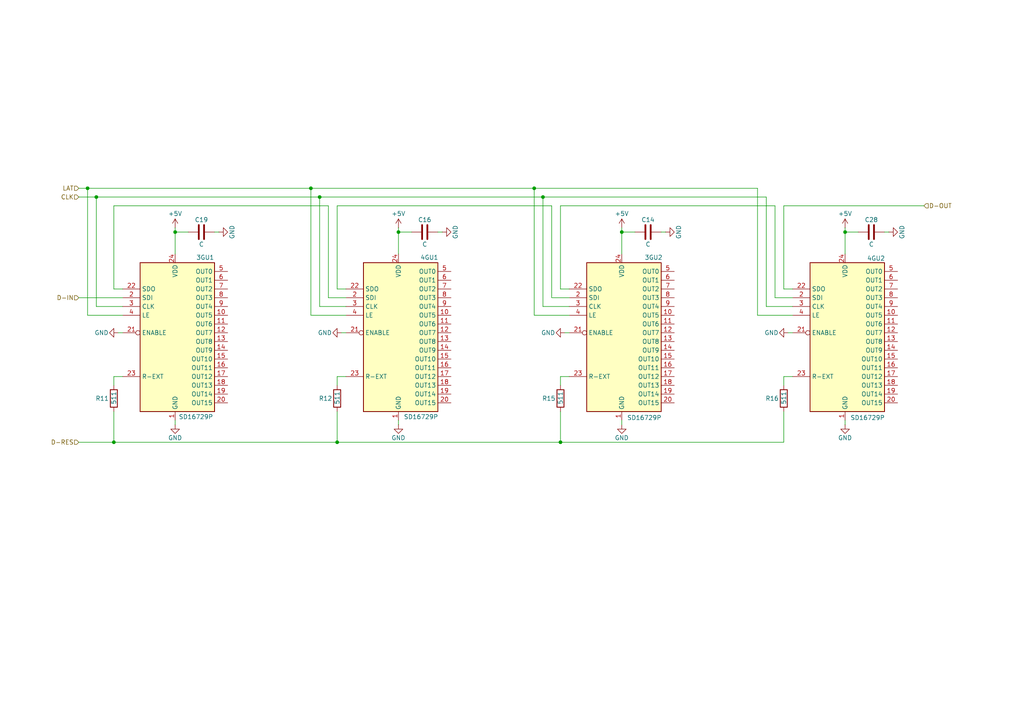
<source format=kicad_sch>
(kicad_sch
	(version 20231120)
	(generator "eeschema")
	(generator_version "8.0")
	(uuid "b27a305c-b3c3-4315-9630-4b96e20f98b6")
	(paper "A4")
	(title_block
		(title "GREEN COLUMN BUFFERS")
		(date "2025-03-18")
		(rev "2009-06-20")
		(comment 1 "SEETOP-PH12-(1/4)4N.PCB")
	)
	(lib_symbols
		(symbol "Device:C"
			(pin_numbers hide)
			(pin_names
				(offset 0.254)
			)
			(exclude_from_sim no)
			(in_bom yes)
			(on_board yes)
			(property "Reference" "C"
				(at 0.635 2.54 0)
				(effects
					(font
						(size 1.27 1.27)
					)
					(justify left)
				)
			)
			(property "Value" "C"
				(at 0.635 -2.54 0)
				(effects
					(font
						(size 1.27 1.27)
					)
					(justify left)
				)
			)
			(property "Footprint" ""
				(at 0.9652 -3.81 0)
				(effects
					(font
						(size 1.27 1.27)
					)
					(hide yes)
				)
			)
			(property "Datasheet" "~"
				(at 0 0 0)
				(effects
					(font
						(size 1.27 1.27)
					)
					(hide yes)
				)
			)
			(property "Description" "Unpolarized capacitor"
				(at 0 0 0)
				(effects
					(font
						(size 1.27 1.27)
					)
					(hide yes)
				)
			)
			(property "ki_keywords" "cap capacitor"
				(at 0 0 0)
				(effects
					(font
						(size 1.27 1.27)
					)
					(hide yes)
				)
			)
			(property "ki_fp_filters" "C_*"
				(at 0 0 0)
				(effects
					(font
						(size 1.27 1.27)
					)
					(hide yes)
				)
			)
			(symbol "C_0_1"
				(polyline
					(pts
						(xy -2.032 -0.762) (xy 2.032 -0.762)
					)
					(stroke
						(width 0.508)
						(type default)
					)
					(fill
						(type none)
					)
				)
				(polyline
					(pts
						(xy -2.032 0.762) (xy 2.032 0.762)
					)
					(stroke
						(width 0.508)
						(type default)
					)
					(fill
						(type none)
					)
				)
			)
			(symbol "C_1_1"
				(pin passive line
					(at 0 3.81 270)
					(length 2.794)
					(name "~"
						(effects
							(font
								(size 1.27 1.27)
							)
						)
					)
					(number "1"
						(effects
							(font
								(size 1.27 1.27)
							)
						)
					)
				)
				(pin passive line
					(at 0 -3.81 90)
					(length 2.794)
					(name "~"
						(effects
							(font
								(size 1.27 1.27)
							)
						)
					)
					(number "2"
						(effects
							(font
								(size 1.27 1.27)
							)
						)
					)
				)
			)
		)
		(symbol "Device:R"
			(pin_numbers hide)
			(pin_names
				(offset 0)
			)
			(exclude_from_sim no)
			(in_bom yes)
			(on_board yes)
			(property "Reference" "R"
				(at 2.032 0 90)
				(effects
					(font
						(size 1.27 1.27)
					)
				)
			)
			(property "Value" "R"
				(at 0 0 90)
				(effects
					(font
						(size 1.27 1.27)
					)
				)
			)
			(property "Footprint" ""
				(at -1.778 0 90)
				(effects
					(font
						(size 1.27 1.27)
					)
					(hide yes)
				)
			)
			(property "Datasheet" "~"
				(at 0 0 0)
				(effects
					(font
						(size 1.27 1.27)
					)
					(hide yes)
				)
			)
			(property "Description" "Resistor"
				(at 0 0 0)
				(effects
					(font
						(size 1.27 1.27)
					)
					(hide yes)
				)
			)
			(property "ki_keywords" "R res resistor"
				(at 0 0 0)
				(effects
					(font
						(size 1.27 1.27)
					)
					(hide yes)
				)
			)
			(property "ki_fp_filters" "R_*"
				(at 0 0 0)
				(effects
					(font
						(size 1.27 1.27)
					)
					(hide yes)
				)
			)
			(symbol "R_0_1"
				(rectangle
					(start -1.016 -2.54)
					(end 1.016 2.54)
					(stroke
						(width 0.254)
						(type default)
					)
					(fill
						(type none)
					)
				)
			)
			(symbol "R_1_1"
				(pin passive line
					(at 0 3.81 270)
					(length 1.27)
					(name "~"
						(effects
							(font
								(size 1.27 1.27)
							)
						)
					)
					(number "1"
						(effects
							(font
								(size 1.27 1.27)
							)
						)
					)
				)
				(pin passive line
					(at 0 -3.81 90)
					(length 1.27)
					(name "~"
						(effects
							(font
								(size 1.27 1.27)
							)
						)
					)
					(number "2"
						(effects
							(font
								(size 1.27 1.27)
							)
						)
					)
				)
			)
		)
		(symbol "power:+5V"
			(power)
			(pin_numbers hide)
			(pin_names
				(offset 0) hide)
			(exclude_from_sim no)
			(in_bom yes)
			(on_board yes)
			(property "Reference" "#PWR"
				(at 0 -3.81 0)
				(effects
					(font
						(size 1.27 1.27)
					)
					(hide yes)
				)
			)
			(property "Value" "+5V"
				(at 0 3.556 0)
				(effects
					(font
						(size 1.27 1.27)
					)
				)
			)
			(property "Footprint" ""
				(at 0 0 0)
				(effects
					(font
						(size 1.27 1.27)
					)
					(hide yes)
				)
			)
			(property "Datasheet" ""
				(at 0 0 0)
				(effects
					(font
						(size 1.27 1.27)
					)
					(hide yes)
				)
			)
			(property "Description" "Power symbol creates a global label with name \"+5V\""
				(at 0 0 0)
				(effects
					(font
						(size 1.27 1.27)
					)
					(hide yes)
				)
			)
			(property "ki_keywords" "global power"
				(at 0 0 0)
				(effects
					(font
						(size 1.27 1.27)
					)
					(hide yes)
				)
			)
			(symbol "+5V_0_1"
				(polyline
					(pts
						(xy -0.762 1.27) (xy 0 2.54)
					)
					(stroke
						(width 0)
						(type default)
					)
					(fill
						(type none)
					)
				)
				(polyline
					(pts
						(xy 0 0) (xy 0 2.54)
					)
					(stroke
						(width 0)
						(type default)
					)
					(fill
						(type none)
					)
				)
				(polyline
					(pts
						(xy 0 2.54) (xy 0.762 1.27)
					)
					(stroke
						(width 0)
						(type default)
					)
					(fill
						(type none)
					)
				)
			)
			(symbol "+5V_1_1"
				(pin power_in line
					(at 0 0 90)
					(length 0)
					(name "~"
						(effects
							(font
								(size 1.27 1.27)
							)
						)
					)
					(number "1"
						(effects
							(font
								(size 1.27 1.27)
							)
						)
					)
				)
			)
		)
		(symbol "power:GND"
			(power)
			(pin_numbers hide)
			(pin_names
				(offset 0) hide)
			(exclude_from_sim no)
			(in_bom yes)
			(on_board yes)
			(property "Reference" "#PWR"
				(at 0 -6.35 0)
				(effects
					(font
						(size 1.27 1.27)
					)
					(hide yes)
				)
			)
			(property "Value" "GND"
				(at 0 -3.81 0)
				(effects
					(font
						(size 1.27 1.27)
					)
				)
			)
			(property "Footprint" ""
				(at 0 0 0)
				(effects
					(font
						(size 1.27 1.27)
					)
					(hide yes)
				)
			)
			(property "Datasheet" ""
				(at 0 0 0)
				(effects
					(font
						(size 1.27 1.27)
					)
					(hide yes)
				)
			)
			(property "Description" "Power symbol creates a global label with name \"GND\" , ground"
				(at 0 0 0)
				(effects
					(font
						(size 1.27 1.27)
					)
					(hide yes)
				)
			)
			(property "ki_keywords" "global power"
				(at 0 0 0)
				(effects
					(font
						(size 1.27 1.27)
					)
					(hide yes)
				)
			)
			(symbol "GND_0_1"
				(polyline
					(pts
						(xy 0 0) (xy 0 -1.27) (xy 1.27 -1.27) (xy 0 -2.54) (xy -1.27 -1.27) (xy 0 -1.27)
					)
					(stroke
						(width 0)
						(type default)
					)
					(fill
						(type none)
					)
				)
			)
			(symbol "GND_1_1"
				(pin power_in line
					(at 0 0 270)
					(length 0)
					(name "~"
						(effects
							(font
								(size 1.27 1.27)
							)
						)
					)
					(number "1"
						(effects
							(font
								(size 1.27 1.27)
							)
						)
					)
				)
			)
		)
		(symbol "private:SD16729P"
			(exclude_from_sim no)
			(in_bom yes)
			(on_board yes)
			(property "Reference" "U1"
				(at 7.874 21.59 0)
				(effects
					(font
						(size 1.27 1.27)
					)
					(justify left)
				)
			)
			(property "Value" "SD16729P"
				(at 1.778 -24.384 0)
				(effects
					(font
						(size 1.27 1.27)
					)
					(justify left)
				)
			)
			(property "Footprint" "Package_SO:QSOP-24_3.9x8.7mm_P0.635mm"
				(at 0.635 -24.765 0)
				(effects
					(font
						(size 1.27 1.27)
					)
					(justify left)
					(hide yes)
				)
			)
			(property "Datasheet" ""
				(at -10.16 17.78 0)
				(effects
					(font
						(size 1.27 1.27)
					)
					(hide yes)
				)
			)
			(property "Description" "16-channel LED driver with error detection, current gain control and 12/16 bit PWM brightness control, QSOP-24"
				(at -0.254 -3.556 0)
				(effects
					(font
						(size 1.27 1.27)
					)
					(hide yes)
				)
			)
			(property "ki_keywords" "PWM LED driver error detection brightness QSOP-24"
				(at 0 0 0)
				(effects
					(font
						(size 1.27 1.27)
					)
					(hide yes)
				)
			)
			(property "ki_fp_filters" "QSOP*3.9x8.7mm*P0.635mm*"
				(at 0 0 0)
				(effects
					(font
						(size 1.27 1.27)
					)
					(hide yes)
				)
			)
			(symbol "SD16729P_0_1"
				(rectangle
					(start -10.16 20.32)
					(end 11.43 -22.86)
					(stroke
						(width 0.254)
						(type default)
					)
					(fill
						(type background)
					)
				)
			)
			(symbol "SD16729P_1_1"
				(pin power_in line
					(at 0 -25.4 90)
					(length 2.54)
					(name "GND"
						(effects
							(font
								(size 1.27 1.27)
							)
						)
					)
					(number "1"
						(effects
							(font
								(size 1.27 1.27)
							)
						)
					)
				)
				(pin output line
					(at 15.24 5.08 180)
					(length 3.81)
					(name "OUT5"
						(effects
							(font
								(size 1.27 1.27)
							)
						)
					)
					(number "10"
						(effects
							(font
								(size 1.27 1.27)
							)
						)
					)
				)
				(pin output line
					(at 15.24 2.54 180)
					(length 3.81)
					(name "OUT6"
						(effects
							(font
								(size 1.27 1.27)
							)
						)
					)
					(number "11"
						(effects
							(font
								(size 1.27 1.27)
							)
						)
					)
				)
				(pin output line
					(at 15.24 0 180)
					(length 3.81)
					(name "OUT7"
						(effects
							(font
								(size 1.27 1.27)
							)
						)
					)
					(number "12"
						(effects
							(font
								(size 1.27 1.27)
							)
						)
					)
				)
				(pin output line
					(at 15.24 -2.54 180)
					(length 3.81)
					(name "OUT8"
						(effects
							(font
								(size 1.27 1.27)
							)
						)
					)
					(number "13"
						(effects
							(font
								(size 1.27 1.27)
							)
						)
					)
				)
				(pin output line
					(at 15.24 -5.08 180)
					(length 3.81)
					(name "OUT9"
						(effects
							(font
								(size 1.27 1.27)
							)
						)
					)
					(number "14"
						(effects
							(font
								(size 1.27 1.27)
							)
						)
					)
				)
				(pin output line
					(at 15.24 -7.62 180)
					(length 3.81)
					(name "OUT10"
						(effects
							(font
								(size 1.27 1.27)
							)
						)
					)
					(number "15"
						(effects
							(font
								(size 1.27 1.27)
							)
						)
					)
				)
				(pin output line
					(at 15.24 -10.16 180)
					(length 3.81)
					(name "OUT11"
						(effects
							(font
								(size 1.27 1.27)
							)
						)
					)
					(number "16"
						(effects
							(font
								(size 1.27 1.27)
							)
						)
					)
				)
				(pin output line
					(at 15.24 -12.7 180)
					(length 3.81)
					(name "OUT12"
						(effects
							(font
								(size 1.27 1.27)
							)
						)
					)
					(number "17"
						(effects
							(font
								(size 1.27 1.27)
							)
						)
					)
				)
				(pin output line
					(at 15.24 -15.24 180)
					(length 3.81)
					(name "OUT13"
						(effects
							(font
								(size 1.27 1.27)
							)
						)
					)
					(number "18"
						(effects
							(font
								(size 1.27 1.27)
							)
						)
					)
				)
				(pin output line
					(at 15.24 -17.78 180)
					(length 3.81)
					(name "OUT14"
						(effects
							(font
								(size 1.27 1.27)
							)
						)
					)
					(number "19"
						(effects
							(font
								(size 1.27 1.27)
							)
						)
					)
				)
				(pin input line
					(at -15.24 10.16 0)
					(length 5.08)
					(name "SDI"
						(effects
							(font
								(size 1.27 1.27)
							)
						)
					)
					(number "2"
						(effects
							(font
								(size 1.27 1.27)
							)
						)
					)
				)
				(pin output line
					(at 15.24 -20.32 180)
					(length 3.81)
					(name "OUT15"
						(effects
							(font
								(size 1.27 1.27)
							)
						)
					)
					(number "20"
						(effects
							(font
								(size 1.27 1.27)
							)
						)
					)
				)
				(pin input inverted
					(at -15.24 0 0)
					(length 5.08)
					(name "ENABLE"
						(effects
							(font
								(size 1.27 1.27)
							)
						)
					)
					(number "21"
						(effects
							(font
								(size 1.27 1.27)
							)
						)
					)
				)
				(pin output line
					(at -15.24 12.7 0)
					(length 5.08)
					(name "SDO"
						(effects
							(font
								(size 1.27 1.27)
							)
						)
					)
					(number "22"
						(effects
							(font
								(size 1.27 1.27)
							)
						)
					)
				)
				(pin passive line
					(at -15.24 -12.7 0)
					(length 5.08)
					(name "R-EXT"
						(effects
							(font
								(size 1.27 1.27)
							)
						)
					)
					(number "23"
						(effects
							(font
								(size 1.27 1.27)
							)
						)
					)
				)
				(pin power_in line
					(at 0 22.86 270)
					(length 2.54)
					(name "VDD"
						(effects
							(font
								(size 1.27 1.27)
							)
						)
					)
					(number "24"
						(effects
							(font
								(size 1.27 1.27)
							)
						)
					)
				)
				(pin input line
					(at -15.24 7.62 0)
					(length 5.08)
					(name "CLK"
						(effects
							(font
								(size 1.27 1.27)
							)
						)
					)
					(number "3"
						(effects
							(font
								(size 1.27 1.27)
							)
						)
					)
				)
				(pin input line
					(at -15.24 5.08 0)
					(length 5.08)
					(name "LE"
						(effects
							(font
								(size 1.27 1.27)
							)
						)
					)
					(number "4"
						(effects
							(font
								(size 1.27 1.27)
							)
						)
					)
				)
				(pin output line
					(at 15.24 17.78 180)
					(length 3.81)
					(name "OUT0"
						(effects
							(font
								(size 1.27 1.27)
							)
						)
					)
					(number "5"
						(effects
							(font
								(size 1.27 1.27)
							)
						)
					)
				)
				(pin output line
					(at 15.24 15.24 180)
					(length 3.81)
					(name "OUT1"
						(effects
							(font
								(size 1.27 1.27)
							)
						)
					)
					(number "6"
						(effects
							(font
								(size 1.27 1.27)
							)
						)
					)
				)
				(pin output line
					(at 15.24 12.7 180)
					(length 3.81)
					(name "OUT2"
						(effects
							(font
								(size 1.27 1.27)
							)
						)
					)
					(number "7"
						(effects
							(font
								(size 1.27 1.27)
							)
						)
					)
				)
				(pin output line
					(at 15.24 10.16 180)
					(length 3.81)
					(name "OUT3"
						(effects
							(font
								(size 1.27 1.27)
							)
						)
					)
					(number "8"
						(effects
							(font
								(size 1.27 1.27)
							)
						)
					)
				)
				(pin output line
					(at 15.24 7.62 180)
					(length 3.81)
					(name "OUT4"
						(effects
							(font
								(size 1.27 1.27)
							)
						)
					)
					(number "9"
						(effects
							(font
								(size 1.27 1.27)
							)
						)
					)
				)
			)
		)
	)
	(junction
		(at 92.71 57.15)
		(diameter 0)
		(color 0 0 0 0)
		(uuid "162059c0-bdbd-4442-bee1-f03655da4ed6")
	)
	(junction
		(at 162.56 128.27)
		(diameter 0)
		(color 0 0 0 0)
		(uuid "1ec5b6df-c818-471d-8427-f62622e63dfc")
	)
	(junction
		(at 157.48 57.15)
		(diameter 0)
		(color 0 0 0 0)
		(uuid "2cb2977e-48a3-4c1e-85f2-771c98c686ab")
	)
	(junction
		(at 245.11 67.31)
		(diameter 0)
		(color 0 0 0 0)
		(uuid "3b2aea4a-a581-402d-8a97-e80aa9833bfe")
	)
	(junction
		(at 27.94 57.15)
		(diameter 0)
		(color 0 0 0 0)
		(uuid "53abd25e-0392-4122-a25c-e63587fbe026")
	)
	(junction
		(at 180.34 67.31)
		(diameter 0)
		(color 0 0 0 0)
		(uuid "5a992235-b5bb-43bd-9940-54ccffe42dd1")
	)
	(junction
		(at 25.4 54.61)
		(diameter 0)
		(color 0 0 0 0)
		(uuid "64b3df4c-0734-448c-ab49-28a6df3ba5fc")
	)
	(junction
		(at 154.94 54.61)
		(diameter 0)
		(color 0 0 0 0)
		(uuid "a4381b74-8ace-4b5f-8697-b13d1f9a59e8")
	)
	(junction
		(at 115.57 67.31)
		(diameter 0)
		(color 0 0 0 0)
		(uuid "b3cb1952-e54f-44f5-acfb-ee225b3299be")
	)
	(junction
		(at 50.8 67.31)
		(diameter 0)
		(color 0 0 0 0)
		(uuid "bbdf98e8-039f-450d-9574-ae558aa1414c")
	)
	(junction
		(at 90.17 54.61)
		(diameter 0)
		(color 0 0 0 0)
		(uuid "bd49afa5-7933-4835-b78f-4ce0c1a8be94")
	)
	(junction
		(at 33.02 128.27)
		(diameter 0)
		(color 0 0 0 0)
		(uuid "c7cc8dd4-3a7e-42a2-8de4-d6e7678ab360")
	)
	(junction
		(at 97.79 128.27)
		(diameter 0)
		(color 0 0 0 0)
		(uuid "f38a26dc-e0e7-40ba-801b-90b847f4c7eb")
	)
	(wire
		(pts
			(xy 95.25 59.69) (xy 33.02 59.69)
		)
		(stroke
			(width 0)
			(type default)
		)
		(uuid "03dcae53-d6a0-4701-832d-a73c6c816cf0")
	)
	(wire
		(pts
			(xy 115.57 66.04) (xy 115.57 67.31)
		)
		(stroke
			(width 0)
			(type default)
		)
		(uuid "0948d90f-8b90-4d04-afa0-6aac9587b031")
	)
	(wire
		(pts
			(xy 99.06 96.52) (xy 100.33 96.52)
		)
		(stroke
			(width 0)
			(type default)
		)
		(uuid "0ba89551-7d6e-4aee-bacb-dea77c230724")
	)
	(wire
		(pts
			(xy 222.25 57.15) (xy 222.25 88.9)
		)
		(stroke
			(width 0)
			(type default)
		)
		(uuid "0fd789d6-b8d8-4b80-960f-1c222f3070ac")
	)
	(wire
		(pts
			(xy 222.25 88.9) (xy 229.87 88.9)
		)
		(stroke
			(width 0)
			(type default)
		)
		(uuid "116c17c5-3f4c-4780-a8ae-fdf3dde90681")
	)
	(wire
		(pts
			(xy 180.34 121.92) (xy 180.34 123.19)
		)
		(stroke
			(width 0)
			(type default)
		)
		(uuid "17dc298f-a241-41e0-a093-6997df569219")
	)
	(wire
		(pts
			(xy 229.87 83.82) (xy 227.33 83.82)
		)
		(stroke
			(width 0)
			(type default)
		)
		(uuid "194b548f-7fa2-417f-a8e7-e29a960c4a20")
	)
	(wire
		(pts
			(xy 154.94 54.61) (xy 154.94 91.44)
		)
		(stroke
			(width 0)
			(type default)
		)
		(uuid "1c0031ca-64f6-4c1c-b6ac-7bdd93699e58")
	)
	(wire
		(pts
			(xy 97.79 59.69) (xy 97.79 83.82)
		)
		(stroke
			(width 0)
			(type default)
		)
		(uuid "1d4c0361-1a34-4096-b50a-22583f8e9b9c")
	)
	(wire
		(pts
			(xy 165.1 86.36) (xy 160.02 86.36)
		)
		(stroke
			(width 0)
			(type default)
		)
		(uuid "1ee15e7b-a776-477e-9089-ac6e91e2bb7d")
	)
	(wire
		(pts
			(xy 33.02 59.69) (xy 33.02 83.82)
		)
		(stroke
			(width 0)
			(type default)
		)
		(uuid "23c280b0-8ff9-4ba0-b732-08ab3786b102")
	)
	(wire
		(pts
			(xy 35.56 109.22) (xy 33.02 109.22)
		)
		(stroke
			(width 0)
			(type default)
		)
		(uuid "271aa96d-6b19-4a41-a295-052d1c551eaf")
	)
	(wire
		(pts
			(xy 165.1 109.22) (xy 162.56 109.22)
		)
		(stroke
			(width 0)
			(type default)
		)
		(uuid "2a547038-173f-4123-bb91-6be518a41eb9")
	)
	(wire
		(pts
			(xy 219.71 91.44) (xy 229.87 91.44)
		)
		(stroke
			(width 0)
			(type default)
		)
		(uuid "2b2a71ca-8263-4536-9c16-71d0a37f1375")
	)
	(wire
		(pts
			(xy 162.56 128.27) (xy 227.33 128.27)
		)
		(stroke
			(width 0)
			(type default)
		)
		(uuid "2c9a1eae-45f1-427e-9712-cfa297a8718a")
	)
	(wire
		(pts
			(xy 90.17 54.61) (xy 154.94 54.61)
		)
		(stroke
			(width 0)
			(type default)
		)
		(uuid "3278d53f-5e3c-4b51-afa7-2d6cab27f13b")
	)
	(wire
		(pts
			(xy 35.56 88.9) (xy 27.94 88.9)
		)
		(stroke
			(width 0)
			(type default)
		)
		(uuid "32959105-7db8-41b4-90a8-11851f66115a")
	)
	(wire
		(pts
			(xy 100.33 109.22) (xy 97.79 109.22)
		)
		(stroke
			(width 0)
			(type default)
		)
		(uuid "34a51a52-e703-4d42-8916-486a5d7b50d9")
	)
	(wire
		(pts
			(xy 160.02 86.36) (xy 160.02 59.69)
		)
		(stroke
			(width 0)
			(type default)
		)
		(uuid "37f7f4f8-f0c5-4f20-8fa0-1b8bd6c0dba1")
	)
	(wire
		(pts
			(xy 95.25 86.36) (xy 95.25 59.69)
		)
		(stroke
			(width 0)
			(type default)
		)
		(uuid "393ed5b0-58db-49d4-b1b0-04618752338a")
	)
	(wire
		(pts
			(xy 22.86 57.15) (xy 27.94 57.15)
		)
		(stroke
			(width 0)
			(type default)
		)
		(uuid "397c525a-8e0d-4011-b917-d85378aa8c43")
	)
	(wire
		(pts
			(xy 92.71 88.9) (xy 100.33 88.9)
		)
		(stroke
			(width 0)
			(type default)
		)
		(uuid "3a286e20-7c19-4649-b237-9bd0237ecf05")
	)
	(wire
		(pts
			(xy 50.8 66.04) (xy 50.8 67.31)
		)
		(stroke
			(width 0)
			(type default)
		)
		(uuid "3a9e5102-176c-4d00-b78b-e5cc1a5cdec7")
	)
	(wire
		(pts
			(xy 165.1 91.44) (xy 154.94 91.44)
		)
		(stroke
			(width 0)
			(type default)
		)
		(uuid "3ef1fa3a-a060-4d8d-b8b1-03865aa970f1")
	)
	(wire
		(pts
			(xy 245.11 121.92) (xy 245.11 123.19)
		)
		(stroke
			(width 0)
			(type default)
		)
		(uuid "44367ab5-264c-4234-badd-7c3c5c52a4b9")
	)
	(wire
		(pts
			(xy 33.02 109.22) (xy 33.02 111.76)
		)
		(stroke
			(width 0)
			(type default)
		)
		(uuid "497404f5-587a-440b-b9ee-1bfa94875518")
	)
	(wire
		(pts
			(xy 157.48 57.15) (xy 157.48 88.9)
		)
		(stroke
			(width 0)
			(type default)
		)
		(uuid "4ad5866b-e9d5-460c-b722-2e1431da44f3")
	)
	(wire
		(pts
			(xy 35.56 91.44) (xy 25.4 91.44)
		)
		(stroke
			(width 0)
			(type default)
		)
		(uuid "4b2aebea-afbf-476b-8b30-4c1c5cf6bca0")
	)
	(wire
		(pts
			(xy 228.6 96.52) (xy 229.87 96.52)
		)
		(stroke
			(width 0)
			(type default)
		)
		(uuid "50253e37-215a-42be-ba47-d872cc2916f6")
	)
	(wire
		(pts
			(xy 245.11 67.31) (xy 245.11 73.66)
		)
		(stroke
			(width 0)
			(type default)
		)
		(uuid "57d4e4bc-78e7-4f1d-b26d-2c6a811378ab")
	)
	(wire
		(pts
			(xy 229.87 109.22) (xy 227.33 109.22)
		)
		(stroke
			(width 0)
			(type default)
		)
		(uuid "59155b0f-6cc5-4547-98fa-0ae46fb62e65")
	)
	(wire
		(pts
			(xy 22.86 54.61) (xy 25.4 54.61)
		)
		(stroke
			(width 0)
			(type default)
		)
		(uuid "5e48933f-f3e1-40db-9573-a43bb8856b21")
	)
	(wire
		(pts
			(xy 50.8 67.31) (xy 50.8 73.66)
		)
		(stroke
			(width 0)
			(type default)
		)
		(uuid "5f8d5abf-80fe-48e9-84c4-ca83cb19f5e4")
	)
	(wire
		(pts
			(xy 162.56 109.22) (xy 162.56 111.76)
		)
		(stroke
			(width 0)
			(type default)
		)
		(uuid "62e231ce-f664-4db0-9d0f-deddddc0cdc4")
	)
	(wire
		(pts
			(xy 33.02 128.27) (xy 97.79 128.27)
		)
		(stroke
			(width 0)
			(type default)
		)
		(uuid "63c0c4fd-5195-4622-9a38-2cd7841010c1")
	)
	(wire
		(pts
			(xy 191.77 67.31) (xy 193.04 67.31)
		)
		(stroke
			(width 0)
			(type default)
		)
		(uuid "6429e738-898e-473c-8510-cc59c23337b1")
	)
	(wire
		(pts
			(xy 227.33 83.82) (xy 227.33 59.69)
		)
		(stroke
			(width 0)
			(type default)
		)
		(uuid "64e65795-4880-454a-895f-c27f067cbfc2")
	)
	(wire
		(pts
			(xy 245.11 66.04) (xy 245.11 67.31)
		)
		(stroke
			(width 0)
			(type default)
		)
		(uuid "6609cccb-7a82-40cb-b9a4-1bb8e7b5cc02")
	)
	(wire
		(pts
			(xy 127 67.31) (xy 128.27 67.31)
		)
		(stroke
			(width 0)
			(type default)
		)
		(uuid "6e6dd61f-0a0b-4910-b3d5-6d5d7a02716c")
	)
	(wire
		(pts
			(xy 22.86 128.27) (xy 33.02 128.27)
		)
		(stroke
			(width 0)
			(type default)
		)
		(uuid "739f17a5-e3f8-4eb2-951c-b7f307c3bc57")
	)
	(wire
		(pts
			(xy 97.79 119.38) (xy 97.79 128.27)
		)
		(stroke
			(width 0)
			(type default)
		)
		(uuid "74cda9bb-8ebe-4728-b25e-592ce589e69f")
	)
	(wire
		(pts
			(xy 180.34 67.31) (xy 184.15 67.31)
		)
		(stroke
			(width 0)
			(type default)
		)
		(uuid "74dfb695-d844-49a3-9b2d-336db29bd495")
	)
	(wire
		(pts
			(xy 92.71 57.15) (xy 157.48 57.15)
		)
		(stroke
			(width 0)
			(type default)
		)
		(uuid "79c64b8a-0fbd-44b3-8c34-ac1ea374b9fd")
	)
	(wire
		(pts
			(xy 219.71 54.61) (xy 219.71 91.44)
		)
		(stroke
			(width 0)
			(type default)
		)
		(uuid "79e9c23d-dd87-4ac6-a9e3-a2cd8500fda2")
	)
	(wire
		(pts
			(xy 229.87 86.36) (xy 224.79 86.36)
		)
		(stroke
			(width 0)
			(type default)
		)
		(uuid "7ac29c08-cd11-4cc2-af44-9ee7ef1db0e8")
	)
	(wire
		(pts
			(xy 100.33 86.36) (xy 95.25 86.36)
		)
		(stroke
			(width 0)
			(type default)
		)
		(uuid "7c1b379a-3968-40d6-95e6-ecb13ab9922f")
	)
	(wire
		(pts
			(xy 162.56 83.82) (xy 165.1 83.82)
		)
		(stroke
			(width 0)
			(type default)
		)
		(uuid "7c35b32a-0cbe-467b-9e88-d9dc41bbc04d")
	)
	(wire
		(pts
			(xy 245.11 67.31) (xy 248.92 67.31)
		)
		(stroke
			(width 0)
			(type default)
		)
		(uuid "7d9ba3eb-4001-4944-a36d-ef6af2610831")
	)
	(wire
		(pts
			(xy 25.4 54.61) (xy 90.17 54.61)
		)
		(stroke
			(width 0)
			(type default)
		)
		(uuid "7e404fbe-3fca-4d2e-b04d-cf445b05bf69")
	)
	(wire
		(pts
			(xy 224.79 86.36) (xy 224.79 59.69)
		)
		(stroke
			(width 0)
			(type default)
		)
		(uuid "811f9cab-362f-441a-ae6d-ebfb22fc1ece")
	)
	(wire
		(pts
			(xy 25.4 54.61) (xy 25.4 91.44)
		)
		(stroke
			(width 0)
			(type default)
		)
		(uuid "83b5267f-6b9b-4a28-9395-25c3fa62d30c")
	)
	(wire
		(pts
			(xy 115.57 67.31) (xy 119.38 67.31)
		)
		(stroke
			(width 0)
			(type default)
		)
		(uuid "849dba94-ca3a-47fd-89b1-3e7d99c82487")
	)
	(wire
		(pts
			(xy 33.02 83.82) (xy 35.56 83.82)
		)
		(stroke
			(width 0)
			(type default)
		)
		(uuid "8555f37d-9b69-497a-ba80-f0f9b1374e7d")
	)
	(wire
		(pts
			(xy 115.57 67.31) (xy 115.57 73.66)
		)
		(stroke
			(width 0)
			(type default)
		)
		(uuid "8dbb1b1c-f12e-4d2a-8aa9-7e4625fa3961")
	)
	(wire
		(pts
			(xy 163.83 96.52) (xy 165.1 96.52)
		)
		(stroke
			(width 0)
			(type default)
		)
		(uuid "8e3e4935-2f86-47b2-b3a9-f77bcb891788")
	)
	(wire
		(pts
			(xy 33.02 119.38) (xy 33.02 128.27)
		)
		(stroke
			(width 0)
			(type default)
		)
		(uuid "8fc14629-7a2b-40dc-881b-f5beadf6bdaf")
	)
	(wire
		(pts
			(xy 97.79 83.82) (xy 100.33 83.82)
		)
		(stroke
			(width 0)
			(type default)
		)
		(uuid "96ceef2a-c12d-4333-8a68-115e4a41e342")
	)
	(wire
		(pts
			(xy 62.23 67.31) (xy 63.5 67.31)
		)
		(stroke
			(width 0)
			(type default)
		)
		(uuid "9a67107d-8ae4-4c53-b748-b0e17421efb2")
	)
	(wire
		(pts
			(xy 97.79 128.27) (xy 162.56 128.27)
		)
		(stroke
			(width 0)
			(type default)
		)
		(uuid "a0361d87-4744-4bca-881d-50ee3b2920d4")
	)
	(wire
		(pts
			(xy 180.34 67.31) (xy 180.34 73.66)
		)
		(stroke
			(width 0)
			(type default)
		)
		(uuid "a13a46a6-0f93-4c39-9aa4-69340ca6df0f")
	)
	(wire
		(pts
			(xy 180.34 66.04) (xy 180.34 67.31)
		)
		(stroke
			(width 0)
			(type default)
		)
		(uuid "a27e6d25-1de0-48a4-8a27-9251653b2b4c")
	)
	(wire
		(pts
			(xy 157.48 88.9) (xy 165.1 88.9)
		)
		(stroke
			(width 0)
			(type default)
		)
		(uuid "a5f9454c-8435-4d79-863e-985617eb4da1")
	)
	(wire
		(pts
			(xy 224.79 59.69) (xy 162.56 59.69)
		)
		(stroke
			(width 0)
			(type default)
		)
		(uuid "a785b1bc-c080-4fb4-a8f0-8e8aca9952b1")
	)
	(wire
		(pts
			(xy 157.48 57.15) (xy 222.25 57.15)
		)
		(stroke
			(width 0)
			(type default)
		)
		(uuid "ab272e4c-0dec-4345-a8e9-f1716b26e2bb")
	)
	(wire
		(pts
			(xy 97.79 109.22) (xy 97.79 111.76)
		)
		(stroke
			(width 0)
			(type default)
		)
		(uuid "af377be1-c580-4cac-8eed-484f97288d74")
	)
	(wire
		(pts
			(xy 34.29 96.52) (xy 35.56 96.52)
		)
		(stroke
			(width 0)
			(type default)
		)
		(uuid "af41387e-b71d-4d5c-98a9-d8b64d1b2f15")
	)
	(wire
		(pts
			(xy 115.57 121.92) (xy 115.57 123.19)
		)
		(stroke
			(width 0)
			(type default)
		)
		(uuid "b2c2614a-9d12-44cd-9e27-2bc87e9af7e5")
	)
	(wire
		(pts
			(xy 227.33 109.22) (xy 227.33 111.76)
		)
		(stroke
			(width 0)
			(type default)
		)
		(uuid "c21ce495-2b8d-40bd-9ad7-d885608aefcc")
	)
	(wire
		(pts
			(xy 227.33 59.69) (xy 267.97 59.69)
		)
		(stroke
			(width 0)
			(type default)
		)
		(uuid "c434608f-722e-40d1-9168-d6b201d1c980")
	)
	(wire
		(pts
			(xy 162.56 119.38) (xy 162.56 128.27)
		)
		(stroke
			(width 0)
			(type default)
		)
		(uuid "caa4d19c-5e47-4503-8f38-722de411c0f0")
	)
	(wire
		(pts
			(xy 162.56 59.69) (xy 162.56 83.82)
		)
		(stroke
			(width 0)
			(type default)
		)
		(uuid "d13545b6-9270-4420-92cf-df51c6803acd")
	)
	(wire
		(pts
			(xy 50.8 121.92) (xy 50.8 123.19)
		)
		(stroke
			(width 0)
			(type default)
		)
		(uuid "d1b16b6d-6ea3-4636-8e8c-f44ce4d3f311")
	)
	(wire
		(pts
			(xy 22.86 86.36) (xy 35.56 86.36)
		)
		(stroke
			(width 0)
			(type default)
		)
		(uuid "d59da30d-c345-4ab0-a314-9235f3d264ff")
	)
	(wire
		(pts
			(xy 92.71 57.15) (xy 92.71 88.9)
		)
		(stroke
			(width 0)
			(type default)
		)
		(uuid "d6353286-8b7b-41c3-8916-4b3ec0be9f81")
	)
	(wire
		(pts
			(xy 100.33 91.44) (xy 90.17 91.44)
		)
		(stroke
			(width 0)
			(type default)
		)
		(uuid "e3270ad1-0c94-489c-8731-232222ad74f6")
	)
	(wire
		(pts
			(xy 256.54 67.31) (xy 257.81 67.31)
		)
		(stroke
			(width 0)
			(type default)
		)
		(uuid "e6ca0f8b-f772-495a-bf52-96a0485c23c4")
	)
	(wire
		(pts
			(xy 27.94 57.15) (xy 92.71 57.15)
		)
		(stroke
			(width 0)
			(type default)
		)
		(uuid "e8c9b0b3-76ea-4fb9-80f8-41979187a418")
	)
	(wire
		(pts
			(xy 27.94 57.15) (xy 27.94 88.9)
		)
		(stroke
			(width 0)
			(type default)
		)
		(uuid "eb68c961-ca81-4367-96d1-bcd7ca4137a6")
	)
	(wire
		(pts
			(xy 154.94 54.61) (xy 219.71 54.61)
		)
		(stroke
			(width 0)
			(type default)
		)
		(uuid "ef9f6020-5dc9-414c-962c-9814b5775841")
	)
	(wire
		(pts
			(xy 90.17 54.61) (xy 90.17 91.44)
		)
		(stroke
			(width 0)
			(type default)
		)
		(uuid "f983a52a-d65f-406c-8571-4d2c03446465")
	)
	(wire
		(pts
			(xy 160.02 59.69) (xy 97.79 59.69)
		)
		(stroke
			(width 0)
			(type default)
		)
		(uuid "faa7d604-d508-48dd-9024-a915aba036ca")
	)
	(wire
		(pts
			(xy 227.33 119.38) (xy 227.33 128.27)
		)
		(stroke
			(width 0)
			(type default)
		)
		(uuid "fcca48f2-c26b-4b09-89cf-776d4529514d")
	)
	(wire
		(pts
			(xy 50.8 67.31) (xy 54.61 67.31)
		)
		(stroke
			(width 0)
			(type default)
		)
		(uuid "ffd3fe8c-6e97-4077-aa0b-d19c51af43b8")
	)
	(hierarchical_label "D-OUT"
		(shape input)
		(at 267.97 59.69 0)
		(effects
			(font
				(size 1.27 1.27)
			)
			(justify left)
		)
		(uuid "8d51f259-5722-48a3-bc4c-3e75cdf56ad4")
	)
	(hierarchical_label "CLK"
		(shape input)
		(at 22.86 57.15 180)
		(effects
			(font
				(size 1.27 1.27)
			)
			(justify right)
		)
		(uuid "b4e941eb-2f90-433b-8913-2576dc84f1e7")
	)
	(hierarchical_label "LAT"
		(shape input)
		(at 22.86 54.61 180)
		(effects
			(font
				(size 1.27 1.27)
			)
			(justify right)
		)
		(uuid "c54e4556-60db-4aa3-aea9-f44ca74ca7bf")
	)
	(hierarchical_label "D-IN"
		(shape input)
		(at 22.86 86.36 180)
		(effects
			(font
				(size 1.27 1.27)
			)
			(justify right)
		)
		(uuid "de517971-7daf-44e7-8084-0fe82593615b")
	)
	(hierarchical_label "D-RES"
		(shape input)
		(at 22.86 128.27 180)
		(effects
			(font
				(size 1.27 1.27)
			)
			(justify right)
		)
		(uuid "e4f11485-0c21-436b-9dfe-b17d32275d47")
	)
	(symbol
		(lib_id "Device:C")
		(at 123.19 67.31 90)
		(unit 1)
		(exclude_from_sim no)
		(in_bom yes)
		(on_board yes)
		(dnp no)
		(uuid "058beeb0-ce59-478b-b2aa-2560db915f08")
		(property "Reference" "C16"
			(at 123.19 63.754 90)
			(effects
				(font
					(size 1.27 1.27)
				)
			)
		)
		(property "Value" "C"
			(at 123.19 70.866 90)
			(effects
				(font
					(size 1.27 1.27)
				)
			)
		)
		(property "Footprint" ""
			(at 127 66.3448 0)
			(effects
				(font
					(size 1.27 1.27)
				)
				(hide yes)
			)
		)
		(property "Datasheet" "~"
			(at 123.19 67.31 0)
			(effects
				(font
					(size 1.27 1.27)
				)
				(hide yes)
			)
		)
		(property "Description" "Unpolarized capacitor"
			(at 123.19 67.31 0)
			(effects
				(font
					(size 1.27 1.27)
				)
				(hide yes)
			)
		)
		(pin "1"
			(uuid "ee25be8b-1c86-4f00-8224-f61c6bfcea69")
		)
		(pin "2"
			(uuid "2b8aaaee-2ef5-4138-8318-f322d4231a6f")
		)
		(instances
			(project "SEETOP-PH12"
				(path "/68a8ae38-7cbe-4908-bee0-004819ef8599/ed329b73-728b-4730-9cc6-daa21e4ab0fc"
					(reference "C16")
					(unit 1)
				)
			)
		)
	)
	(symbol
		(lib_id "Device:C")
		(at 187.96 67.31 90)
		(unit 1)
		(exclude_from_sim no)
		(in_bom yes)
		(on_board yes)
		(dnp no)
		(uuid "09b86f2e-c004-4378-a7d5-1943482d6e89")
		(property "Reference" "C14"
			(at 187.96 63.754 90)
			(effects
				(font
					(size 1.27 1.27)
				)
			)
		)
		(property "Value" "C"
			(at 187.96 70.866 90)
			(effects
				(font
					(size 1.27 1.27)
				)
			)
		)
		(property "Footprint" ""
			(at 191.77 66.3448 0)
			(effects
				(font
					(size 1.27 1.27)
				)
				(hide yes)
			)
		)
		(property "Datasheet" "~"
			(at 187.96 67.31 0)
			(effects
				(font
					(size 1.27 1.27)
				)
				(hide yes)
			)
		)
		(property "Description" "Unpolarized capacitor"
			(at 187.96 67.31 0)
			(effects
				(font
					(size 1.27 1.27)
				)
				(hide yes)
			)
		)
		(pin "1"
			(uuid "0da9c8b6-1101-4308-8f7b-27be14f3eb2c")
		)
		(pin "2"
			(uuid "b25516b8-43e4-4515-899b-c03b4dce0b71")
		)
		(instances
			(project "SEETOP-PH12"
				(path "/68a8ae38-7cbe-4908-bee0-004819ef8599/ed329b73-728b-4730-9cc6-daa21e4ab0fc"
					(reference "C14")
					(unit 1)
				)
			)
		)
	)
	(symbol
		(lib_id "power:GND")
		(at 228.6 96.52 270)
		(unit 1)
		(exclude_from_sim no)
		(in_bom yes)
		(on_board yes)
		(dnp no)
		(uuid "0e71acdd-8658-4537-8b48-5d8babbdd9d6")
		(property "Reference" "#PWR073"
			(at 222.25 96.52 0)
			(effects
				(font
					(size 1.27 1.27)
				)
				(hide yes)
			)
		)
		(property "Value" "GND"
			(at 225.806 96.52 90)
			(effects
				(font
					(size 1.27 1.27)
				)
				(justify right)
			)
		)
		(property "Footprint" ""
			(at 228.6 96.52 0)
			(effects
				(font
					(size 1.27 1.27)
				)
				(hide yes)
			)
		)
		(property "Datasheet" ""
			(at 228.6 96.52 0)
			(effects
				(font
					(size 1.27 1.27)
				)
				(hide yes)
			)
		)
		(property "Description" "Power symbol creates a global label with name \"GND\" , ground"
			(at 228.6 96.52 0)
			(effects
				(font
					(size 1.27 1.27)
				)
				(hide yes)
			)
		)
		(pin "1"
			(uuid "6bfe6c79-c90b-4248-a2af-2cb0cb9bb575")
		)
		(instances
			(project "SEETOP-PH12"
				(path "/68a8ae38-7cbe-4908-bee0-004819ef8599/ed329b73-728b-4730-9cc6-daa21e4ab0fc"
					(reference "#PWR073")
					(unit 1)
				)
			)
		)
	)
	(symbol
		(lib_id "power:+5V")
		(at 180.34 66.04 0)
		(unit 1)
		(exclude_from_sim no)
		(in_bom yes)
		(on_board yes)
		(dnp no)
		(uuid "21b96471-cfbf-41a8-9652-fc022566f4dd")
		(property "Reference" "#PWR049"
			(at 180.34 69.85 0)
			(effects
				(font
					(size 1.27 1.27)
				)
				(hide yes)
			)
		)
		(property "Value" "+5V"
			(at 180.34 61.976 0)
			(effects
				(font
					(size 1.27 1.27)
				)
			)
		)
		(property "Footprint" ""
			(at 180.34 66.04 0)
			(effects
				(font
					(size 1.27 1.27)
				)
				(hide yes)
			)
		)
		(property "Datasheet" ""
			(at 180.34 66.04 0)
			(effects
				(font
					(size 1.27 1.27)
				)
				(hide yes)
			)
		)
		(property "Description" "Power symbol creates a global label with name \"+5V\""
			(at 180.34 66.04 0)
			(effects
				(font
					(size 1.27 1.27)
				)
				(hide yes)
			)
		)
		(pin "1"
			(uuid "755ba658-ec4a-4739-94cc-2102f7a9f3e2")
		)
		(instances
			(project "SEETOP-PH12"
				(path "/68a8ae38-7cbe-4908-bee0-004819ef8599/ed329b73-728b-4730-9cc6-daa21e4ab0fc"
					(reference "#PWR049")
					(unit 1)
				)
			)
		)
	)
	(symbol
		(lib_id "Device:R")
		(at 97.79 115.57 0)
		(unit 1)
		(exclude_from_sim no)
		(in_bom yes)
		(on_board yes)
		(dnp no)
		(uuid "3e947ab9-6eaf-47b9-9fe4-55c440cd1e85")
		(property "Reference" "R12"
			(at 92.456 115.57 0)
			(effects
				(font
					(size 1.27 1.27)
				)
				(justify left)
			)
		)
		(property "Value" "511"
			(at 97.79 117.348 90)
			(effects
				(font
					(size 1.27 1.27)
				)
				(justify left)
			)
		)
		(property "Footprint" ""
			(at 96.012 115.57 90)
			(effects
				(font
					(size 1.27 1.27)
				)
				(hide yes)
			)
		)
		(property "Datasheet" "~"
			(at 97.79 115.57 0)
			(effects
				(font
					(size 1.27 1.27)
				)
				(hide yes)
			)
		)
		(property "Description" "Resistor"
			(at 97.79 115.57 0)
			(effects
				(font
					(size 1.27 1.27)
				)
				(hide yes)
			)
		)
		(pin "1"
			(uuid "afd32242-bd6f-4d89-ae6b-08e21bb31e52")
		)
		(pin "2"
			(uuid "1fb8e599-363b-46b3-bca9-213bda749ef2")
		)
		(instances
			(project "SEETOP-PH12"
				(path "/68a8ae38-7cbe-4908-bee0-004819ef8599/ed329b73-728b-4730-9cc6-daa21e4ab0fc"
					(reference "R12")
					(unit 1)
				)
			)
		)
	)
	(symbol
		(lib_id "Device:C")
		(at 58.42 67.31 90)
		(unit 1)
		(exclude_from_sim no)
		(in_bom yes)
		(on_board yes)
		(dnp no)
		(uuid "4296897d-8828-4a12-a278-ea1a6f62268f")
		(property "Reference" "C19"
			(at 58.42 63.754 90)
			(effects
				(font
					(size 1.27 1.27)
				)
			)
		)
		(property "Value" "C"
			(at 58.42 70.866 90)
			(effects
				(font
					(size 1.27 1.27)
				)
			)
		)
		(property "Footprint" ""
			(at 62.23 66.3448 0)
			(effects
				(font
					(size 1.27 1.27)
				)
				(hide yes)
			)
		)
		(property "Datasheet" "~"
			(at 58.42 67.31 0)
			(effects
				(font
					(size 1.27 1.27)
				)
				(hide yes)
			)
		)
		(property "Description" "Unpolarized capacitor"
			(at 58.42 67.31 0)
			(effects
				(font
					(size 1.27 1.27)
				)
				(hide yes)
			)
		)
		(pin "1"
			(uuid "7e54ac0a-6d92-4585-a099-83df18aa5b0d")
		)
		(pin "2"
			(uuid "95cbface-32a4-4608-9e8a-48ca377d93a4")
		)
		(instances
			(project "SEETOP-PH12"
				(path "/68a8ae38-7cbe-4908-bee0-004819ef8599/ed329b73-728b-4730-9cc6-daa21e4ab0fc"
					(reference "C19")
					(unit 1)
				)
			)
		)
	)
	(symbol
		(lib_id "power:GND")
		(at 245.11 123.19 0)
		(unit 1)
		(exclude_from_sim no)
		(in_bom yes)
		(on_board yes)
		(dnp no)
		(uuid "4dd476ad-6869-4fb9-927c-b42148bb49b8")
		(property "Reference" "#PWR036"
			(at 245.11 129.54 0)
			(effects
				(font
					(size 1.27 1.27)
				)
				(hide yes)
			)
		)
		(property "Value" "GND"
			(at 247.142 127 0)
			(effects
				(font
					(size 1.27 1.27)
				)
				(justify right)
			)
		)
		(property "Footprint" ""
			(at 245.11 123.19 0)
			(effects
				(font
					(size 1.27 1.27)
				)
				(hide yes)
			)
		)
		(property "Datasheet" ""
			(at 245.11 123.19 0)
			(effects
				(font
					(size 1.27 1.27)
				)
				(hide yes)
			)
		)
		(property "Description" "Power symbol creates a global label with name \"GND\" , ground"
			(at 245.11 123.19 0)
			(effects
				(font
					(size 1.27 1.27)
				)
				(hide yes)
			)
		)
		(pin "1"
			(uuid "266b780b-7694-404b-9e45-d4fd41569400")
		)
		(instances
			(project "SEETOP-PH12"
				(path "/68a8ae38-7cbe-4908-bee0-004819ef8599/ed329b73-728b-4730-9cc6-daa21e4ab0fc"
					(reference "#PWR036")
					(unit 1)
				)
			)
		)
	)
	(symbol
		(lib_id "private:SD16729P")
		(at 115.57 96.52 0)
		(unit 1)
		(exclude_from_sim no)
		(in_bom yes)
		(on_board yes)
		(dnp no)
		(uuid "586fd699-9843-41e1-9747-54532a9ce97a")
		(property "Reference" "4GU1"
			(at 121.92 74.676 0)
			(effects
				(font
					(size 1.27 1.27)
				)
				(justify left)
			)
		)
		(property "Value" "SD16729P"
			(at 117.094 120.904 0)
			(effects
				(font
					(size 1.27 1.27)
				)
				(justify left)
			)
		)
		(property "Footprint" "Package_SO:QSOP-24_3.9x8.7mm_P0.635mm"
			(at 116.205 121.285 0)
			(effects
				(font
					(size 1.27 1.27)
				)
				(justify left)
				(hide yes)
			)
		)
		(property "Datasheet" "https://www.st.com/resource/en/datasheet/led1642gw.pdf"
			(at 105.41 78.74 0)
			(effects
				(font
					(size 1.27 1.27)
				)
				(hide yes)
			)
		)
		(property "Description" "16-channel LED driver with error detection, current gain control and 12/16 bit PWM brightness control, QSOP-24"
			(at 115.316 100.076 0)
			(effects
				(font
					(size 1.27 1.27)
				)
				(hide yes)
			)
		)
		(pin "18"
			(uuid "71f3dd98-4724-49b5-bdd4-d5a2cd9a0d97")
		)
		(pin "4"
			(uuid "cee53614-e5d9-4333-bb97-cbafc8a764cd")
		)
		(pin "11"
			(uuid "42c63c04-be97-44d9-aef9-7e435253c769")
		)
		(pin "22"
			(uuid "79ce2944-d699-4f6d-84a6-e54ca32bbf15")
		)
		(pin "13"
			(uuid "a0cd3b0b-f470-4dde-a38f-3c2b7ede6d64")
		)
		(pin "17"
			(uuid "108ffbd0-f930-4f65-9025-8f1bfec83f3c")
		)
		(pin "16"
			(uuid "fcb006f3-4df5-4fa2-8f11-063601ac0759")
		)
		(pin "19"
			(uuid "40ee51e3-38ac-4b0f-820a-aa99b23cd017")
		)
		(pin "21"
			(uuid "13555e3f-7082-4f11-bec5-2e74e9fc80a2")
		)
		(pin "6"
			(uuid "ad721c88-c584-4d43-bf33-3d49a40dfe93")
		)
		(pin "14"
			(uuid "20829882-e02a-4f6b-a24e-d72acbf5ac8d")
		)
		(pin "7"
			(uuid "2bbbd922-dabb-482e-a601-81a40ef5c68c")
		)
		(pin "9"
			(uuid "b2e1ccca-3cd5-48b5-bb93-5fcdc9041fd6")
		)
		(pin "24"
			(uuid "9ed9993f-4a2a-4258-9b68-36eb9e18e38f")
		)
		(pin "8"
			(uuid "9d4db882-a9c0-46f0-815e-8c9128c59d45")
		)
		(pin "15"
			(uuid "ce2f8e72-0770-4ba7-9cba-abae721ec006")
		)
		(pin "23"
			(uuid "61c427ea-644d-4e13-a9aa-a0f4bafe44c7")
		)
		(pin "1"
			(uuid "b914060e-83c9-40c3-943b-d4f17ca9d638")
		)
		(pin "2"
			(uuid "66518dae-286b-4836-9353-3b4ecbbe52be")
		)
		(pin "12"
			(uuid "b12944f0-14ae-478a-a112-7e18b2c7d66a")
		)
		(pin "10"
			(uuid "1c49adf4-97bb-4c1f-bba6-04275a213da1")
		)
		(pin "20"
			(uuid "896733ac-c127-459a-a154-fa69e36d8782")
		)
		(pin "3"
			(uuid "9d585745-d2f6-4577-a902-690ac7ac3c83")
		)
		(pin "5"
			(uuid "affe475c-b54c-4e93-9dda-6e68fcbc8fae")
		)
		(instances
			(project "SEETOP-PH12"
				(path "/68a8ae38-7cbe-4908-bee0-004819ef8599/ed329b73-728b-4730-9cc6-daa21e4ab0fc"
					(reference "4GU1")
					(unit 1)
				)
			)
		)
	)
	(symbol
		(lib_id "Device:R")
		(at 227.33 115.57 0)
		(unit 1)
		(exclude_from_sim no)
		(in_bom yes)
		(on_board yes)
		(dnp no)
		(uuid "71287b8a-172c-4387-9aca-953a2ce5d448")
		(property "Reference" "R16"
			(at 221.996 115.57 0)
			(effects
				(font
					(size 1.27 1.27)
				)
				(justify left)
			)
		)
		(property "Value" "511"
			(at 227.33 117.348 90)
			(effects
				(font
					(size 1.27 1.27)
				)
				(justify left)
			)
		)
		(property "Footprint" ""
			(at 225.552 115.57 90)
			(effects
				(font
					(size 1.27 1.27)
				)
				(hide yes)
			)
		)
		(property "Datasheet" "~"
			(at 227.33 115.57 0)
			(effects
				(font
					(size 1.27 1.27)
				)
				(hide yes)
			)
		)
		(property "Description" "Resistor"
			(at 227.33 115.57 0)
			(effects
				(font
					(size 1.27 1.27)
				)
				(hide yes)
			)
		)
		(pin "1"
			(uuid "9222be85-486b-4e17-806e-03c6ae5b9079")
		)
		(pin "2"
			(uuid "e48ee1bb-3418-46ae-9e48-a10254c665a6")
		)
		(instances
			(project "SEETOP-PH12"
				(path "/68a8ae38-7cbe-4908-bee0-004819ef8599/ed329b73-728b-4730-9cc6-daa21e4ab0fc"
					(reference "R16")
					(unit 1)
				)
			)
		)
	)
	(symbol
		(lib_id "power:GND")
		(at 34.29 96.52 270)
		(unit 1)
		(exclude_from_sim no)
		(in_bom yes)
		(on_board yes)
		(dnp no)
		(uuid "7507c1f1-cbab-41e2-ad49-6d609e6edbcb")
		(property "Reference" "#PWR070"
			(at 27.94 96.52 0)
			(effects
				(font
					(size 1.27 1.27)
				)
				(hide yes)
			)
		)
		(property "Value" "GND"
			(at 31.496 96.52 90)
			(effects
				(font
					(size 1.27 1.27)
				)
				(justify right)
			)
		)
		(property "Footprint" ""
			(at 34.29 96.52 0)
			(effects
				(font
					(size 1.27 1.27)
				)
				(hide yes)
			)
		)
		(property "Datasheet" ""
			(at 34.29 96.52 0)
			(effects
				(font
					(size 1.27 1.27)
				)
				(hide yes)
			)
		)
		(property "Description" "Power symbol creates a global label with name \"GND\" , ground"
			(at 34.29 96.52 0)
			(effects
				(font
					(size 1.27 1.27)
				)
				(hide yes)
			)
		)
		(pin "1"
			(uuid "e0e610f7-aaac-4703-8bb0-fa0228c6546e")
		)
		(instances
			(project "SEETOP-PH12"
				(path "/68a8ae38-7cbe-4908-bee0-004819ef8599/ed329b73-728b-4730-9cc6-daa21e4ab0fc"
					(reference "#PWR070")
					(unit 1)
				)
			)
		)
	)
	(symbol
		(lib_id "power:GND")
		(at 163.83 96.52 270)
		(unit 1)
		(exclude_from_sim no)
		(in_bom yes)
		(on_board yes)
		(dnp no)
		(uuid "7add52fd-c137-49e3-9500-1ac79b30a724")
		(property "Reference" "#PWR072"
			(at 157.48 96.52 0)
			(effects
				(font
					(size 1.27 1.27)
				)
				(hide yes)
			)
		)
		(property "Value" "GND"
			(at 161.036 96.52 90)
			(effects
				(font
					(size 1.27 1.27)
				)
				(justify right)
			)
		)
		(property "Footprint" ""
			(at 163.83 96.52 0)
			(effects
				(font
					(size 1.27 1.27)
				)
				(hide yes)
			)
		)
		(property "Datasheet" ""
			(at 163.83 96.52 0)
			(effects
				(font
					(size 1.27 1.27)
				)
				(hide yes)
			)
		)
		(property "Description" "Power symbol creates a global label with name \"GND\" , ground"
			(at 163.83 96.52 0)
			(effects
				(font
					(size 1.27 1.27)
				)
				(hide yes)
			)
		)
		(pin "1"
			(uuid "9e269015-8dc6-4fec-9f40-a91da48d7adb")
		)
		(instances
			(project "SEETOP-PH12"
				(path "/68a8ae38-7cbe-4908-bee0-004819ef8599/ed329b73-728b-4730-9cc6-daa21e4ab0fc"
					(reference "#PWR072")
					(unit 1)
				)
			)
		)
	)
	(symbol
		(lib_id "power:GND")
		(at 193.04 67.31 90)
		(unit 1)
		(exclude_from_sim no)
		(in_bom yes)
		(on_board yes)
		(dnp no)
		(uuid "8f548890-0bc8-43f5-bafe-904efd6d420c")
		(property "Reference" "#PWR050"
			(at 199.39 67.31 0)
			(effects
				(font
					(size 1.27 1.27)
				)
				(hide yes)
			)
		)
		(property "Value" "GND"
			(at 196.85 65.278 0)
			(effects
				(font
					(size 1.27 1.27)
				)
				(justify right)
			)
		)
		(property "Footprint" ""
			(at 193.04 67.31 0)
			(effects
				(font
					(size 1.27 1.27)
				)
				(hide yes)
			)
		)
		(property "Datasheet" ""
			(at 193.04 67.31 0)
			(effects
				(font
					(size 1.27 1.27)
				)
				(hide yes)
			)
		)
		(property "Description" "Power symbol creates a global label with name \"GND\" , ground"
			(at 193.04 67.31 0)
			(effects
				(font
					(size 1.27 1.27)
				)
				(hide yes)
			)
		)
		(pin "1"
			(uuid "13d0deac-0b99-4bd8-b1c8-f929455292b1")
		)
		(instances
			(project "SEETOP-PH12"
				(path "/68a8ae38-7cbe-4908-bee0-004819ef8599/ed329b73-728b-4730-9cc6-daa21e4ab0fc"
					(reference "#PWR050")
					(unit 1)
				)
			)
		)
	)
	(symbol
		(lib_id "power:GND")
		(at 63.5 67.31 90)
		(unit 1)
		(exclude_from_sim no)
		(in_bom yes)
		(on_board yes)
		(dnp no)
		(uuid "92bcf3cc-7437-4628-8431-ed84eddf032d")
		(property "Reference" "#PWR046"
			(at 69.85 67.31 0)
			(effects
				(font
					(size 1.27 1.27)
				)
				(hide yes)
			)
		)
		(property "Value" "GND"
			(at 67.31 65.278 0)
			(effects
				(font
					(size 1.27 1.27)
				)
				(justify right)
			)
		)
		(property "Footprint" ""
			(at 63.5 67.31 0)
			(effects
				(font
					(size 1.27 1.27)
				)
				(hide yes)
			)
		)
		(property "Datasheet" ""
			(at 63.5 67.31 0)
			(effects
				(font
					(size 1.27 1.27)
				)
				(hide yes)
			)
		)
		(property "Description" "Power symbol creates a global label with name \"GND\" , ground"
			(at 63.5 67.31 0)
			(effects
				(font
					(size 1.27 1.27)
				)
				(hide yes)
			)
		)
		(pin "1"
			(uuid "848351b7-f6f0-4b31-a4fb-f8e6daa1e78c")
		)
		(instances
			(project "SEETOP-PH12"
				(path "/68a8ae38-7cbe-4908-bee0-004819ef8599/ed329b73-728b-4730-9cc6-daa21e4ab0fc"
					(reference "#PWR046")
					(unit 1)
				)
			)
		)
	)
	(symbol
		(lib_id "power:GND")
		(at 128.27 67.31 90)
		(unit 1)
		(exclude_from_sim no)
		(in_bom yes)
		(on_board yes)
		(dnp no)
		(uuid "a23ec7d6-616b-45b1-9511-046775834937")
		(property "Reference" "#PWR048"
			(at 134.62 67.31 0)
			(effects
				(font
					(size 1.27 1.27)
				)
				(hide yes)
			)
		)
		(property "Value" "GND"
			(at 132.08 65.278 0)
			(effects
				(font
					(size 1.27 1.27)
				)
				(justify right)
			)
		)
		(property "Footprint" ""
			(at 128.27 67.31 0)
			(effects
				(font
					(size 1.27 1.27)
				)
				(hide yes)
			)
		)
		(property "Datasheet" ""
			(at 128.27 67.31 0)
			(effects
				(font
					(size 1.27 1.27)
				)
				(hide yes)
			)
		)
		(property "Description" "Power symbol creates a global label with name \"GND\" , ground"
			(at 128.27 67.31 0)
			(effects
				(font
					(size 1.27 1.27)
				)
				(hide yes)
			)
		)
		(pin "1"
			(uuid "4967d2ec-af2d-44ac-b33b-6b7787ad5cae")
		)
		(instances
			(project "SEETOP-PH12"
				(path "/68a8ae38-7cbe-4908-bee0-004819ef8599/ed329b73-728b-4730-9cc6-daa21e4ab0fc"
					(reference "#PWR048")
					(unit 1)
				)
			)
		)
	)
	(symbol
		(lib_id "power:GND")
		(at 180.34 123.19 0)
		(unit 1)
		(exclude_from_sim no)
		(in_bom yes)
		(on_board yes)
		(dnp no)
		(uuid "a2b39bf6-9234-447e-b152-9fbd7fef85bc")
		(property "Reference" "#PWR035"
			(at 180.34 129.54 0)
			(effects
				(font
					(size 1.27 1.27)
				)
				(hide yes)
			)
		)
		(property "Value" "GND"
			(at 182.372 127 0)
			(effects
				(font
					(size 1.27 1.27)
				)
				(justify right)
			)
		)
		(property "Footprint" ""
			(at 180.34 123.19 0)
			(effects
				(font
					(size 1.27 1.27)
				)
				(hide yes)
			)
		)
		(property "Datasheet" ""
			(at 180.34 123.19 0)
			(effects
				(font
					(size 1.27 1.27)
				)
				(hide yes)
			)
		)
		(property "Description" "Power symbol creates a global label with name \"GND\" , ground"
			(at 180.34 123.19 0)
			(effects
				(font
					(size 1.27 1.27)
				)
				(hide yes)
			)
		)
		(pin "1"
			(uuid "8b156912-1bc7-4c62-a8ce-3f6b39014908")
		)
		(instances
			(project "SEETOP-PH12"
				(path "/68a8ae38-7cbe-4908-bee0-004819ef8599/ed329b73-728b-4730-9cc6-daa21e4ab0fc"
					(reference "#PWR035")
					(unit 1)
				)
			)
		)
	)
	(symbol
		(lib_id "private:SD16729P")
		(at 50.8 96.52 0)
		(unit 1)
		(exclude_from_sim no)
		(in_bom yes)
		(on_board yes)
		(dnp no)
		(uuid "a491c4f4-9e15-4581-8b79-fd47521ce24e")
		(property "Reference" "3GU1"
			(at 56.896 74.676 0)
			(effects
				(font
					(size 1.27 1.27)
				)
				(justify left)
			)
		)
		(property "Value" "SD16729P"
			(at 51.816 120.904 0)
			(effects
				(font
					(size 1.27 1.27)
				)
				(justify left)
			)
		)
		(property "Footprint" "Package_SO:QSOP-24_3.9x8.7mm_P0.635mm"
			(at 51.435 121.285 0)
			(effects
				(font
					(size 1.27 1.27)
				)
				(justify left)
				(hide yes)
			)
		)
		(property "Datasheet" "https://www.st.com/resource/en/datasheet/led1642gw.pdf"
			(at 40.64 78.74 0)
			(effects
				(font
					(size 1.27 1.27)
				)
				(hide yes)
			)
		)
		(property "Description" "16-channel LED driver with error detection, current gain control and 12/16 bit PWM brightness control, QSOP-24"
			(at 50.546 100.076 0)
			(effects
				(font
					(size 1.27 1.27)
				)
				(hide yes)
			)
		)
		(pin "18"
			(uuid "c7afca6b-f893-4496-a456-383c04599325")
		)
		(pin "4"
			(uuid "b82df741-2990-4caf-a204-9187a3b19f3f")
		)
		(pin "11"
			(uuid "331529bd-ef19-4181-aa7c-38aed938bf7c")
		)
		(pin "22"
			(uuid "7ab03c17-50c5-4b5b-b640-7e521a378c0c")
		)
		(pin "13"
			(uuid "04d1fab4-3a57-4601-a1be-7dc57afbe5ff")
		)
		(pin "17"
			(uuid "a0ab557b-3647-4f04-b9de-b806afb2d303")
		)
		(pin "16"
			(uuid "a3626a64-fff9-4870-8b9f-13dd461134ea")
		)
		(pin "19"
			(uuid "3521a98e-8872-4f14-9f16-fbf07ab51935")
		)
		(pin "21"
			(uuid "85df47fc-2aca-44b3-9b20-dd4bc77de1a4")
		)
		(pin "6"
			(uuid "7a962a1f-310f-442c-a641-a5e100601c36")
		)
		(pin "14"
			(uuid "84ac253b-05a1-4f48-964b-63001b5649b4")
		)
		(pin "7"
			(uuid "7940def4-e27e-41e8-93e7-148ad6ce4d9d")
		)
		(pin "9"
			(uuid "9d2c7a88-f792-49dc-a657-386ff1516f4c")
		)
		(pin "24"
			(uuid "03f99297-fe92-433e-a513-89dfe75372d3")
		)
		(pin "8"
			(uuid "32887674-8947-413d-a7ce-9e18fe0fdacb")
		)
		(pin "15"
			(uuid "10983842-b7bf-4660-8055-05a77094fe0f")
		)
		(pin "23"
			(uuid "4fb64c7c-d26a-4226-af83-a678e9406551")
		)
		(pin "1"
			(uuid "53f9d84d-7d47-495b-bd5f-8af1638b764e")
		)
		(pin "2"
			(uuid "18be1799-8691-4a05-803d-9d348a16452b")
		)
		(pin "12"
			(uuid "184aa118-e3c4-45c1-bc84-38eaa9e741ca")
		)
		(pin "10"
			(uuid "66b31f59-4703-46bf-ae1b-1e1bea155d63")
		)
		(pin "20"
			(uuid "9524c4ac-7f4b-4d80-96e5-a080ad2d17a2")
		)
		(pin "3"
			(uuid "5d72b6ec-df8d-4ffb-9058-e2d127babd99")
		)
		(pin "5"
			(uuid "2d3048c0-18e6-4da5-9ca5-bf01f3264bd5")
		)
		(instances
			(project "SEETOP-PH12"
				(path "/68a8ae38-7cbe-4908-bee0-004819ef8599/ed329b73-728b-4730-9cc6-daa21e4ab0fc"
					(reference "3GU1")
					(unit 1)
				)
			)
		)
	)
	(symbol
		(lib_id "power:GND")
		(at 99.06 96.52 270)
		(unit 1)
		(exclude_from_sim no)
		(in_bom yes)
		(on_board yes)
		(dnp no)
		(uuid "a7052e76-df9a-46b2-a2b2-a4d23548770e")
		(property "Reference" "#PWR071"
			(at 92.71 96.52 0)
			(effects
				(font
					(size 1.27 1.27)
				)
				(hide yes)
			)
		)
		(property "Value" "GND"
			(at 96.266 96.52 90)
			(effects
				(font
					(size 1.27 1.27)
				)
				(justify right)
			)
		)
		(property "Footprint" ""
			(at 99.06 96.52 0)
			(effects
				(font
					(size 1.27 1.27)
				)
				(hide yes)
			)
		)
		(property "Datasheet" ""
			(at 99.06 96.52 0)
			(effects
				(font
					(size 1.27 1.27)
				)
				(hide yes)
			)
		)
		(property "Description" "Power symbol creates a global label with name \"GND\" , ground"
			(at 99.06 96.52 0)
			(effects
				(font
					(size 1.27 1.27)
				)
				(hide yes)
			)
		)
		(pin "1"
			(uuid "ed4e6269-e839-4399-8757-e7219ccfc201")
		)
		(instances
			(project "SEETOP-PH12"
				(path "/68a8ae38-7cbe-4908-bee0-004819ef8599/ed329b73-728b-4730-9cc6-daa21e4ab0fc"
					(reference "#PWR071")
					(unit 1)
				)
			)
		)
	)
	(symbol
		(lib_id "private:SD16729P")
		(at 180.34 96.52 0)
		(unit 1)
		(exclude_from_sim no)
		(in_bom yes)
		(on_board yes)
		(dnp no)
		(uuid "b29bd417-58ac-45f5-9b10-f4f7680d4a4f")
		(property "Reference" "3GU2"
			(at 186.944 74.676 0)
			(effects
				(font
					(size 1.27 1.27)
				)
				(justify left)
			)
		)
		(property "Value" "SD16729P"
			(at 181.864 121.158 0)
			(effects
				(font
					(size 1.27 1.27)
				)
				(justify left)
			)
		)
		(property "Footprint" "Package_SO:QSOP-24_3.9x8.7mm_P0.635mm"
			(at 180.975 121.285 0)
			(effects
				(font
					(size 1.27 1.27)
				)
				(justify left)
				(hide yes)
			)
		)
		(property "Datasheet" "https://www.st.com/resource/en/datasheet/led1642gw.pdf"
			(at 170.18 78.74 0)
			(effects
				(font
					(size 1.27 1.27)
				)
				(hide yes)
			)
		)
		(property "Description" "16-channel LED driver with error detection, current gain control and 12/16 bit PWM brightness control, QSOP-24"
			(at 180.086 100.076 0)
			(effects
				(font
					(size 1.27 1.27)
				)
				(hide yes)
			)
		)
		(pin "18"
			(uuid "d80e200b-0326-4174-9e7c-715168e323da")
		)
		(pin "4"
			(uuid "9bd2b5b7-09a7-41ba-8eec-fff707ce86bf")
		)
		(pin "11"
			(uuid "a00286dd-0036-4345-8218-84bea1aa7cac")
		)
		(pin "22"
			(uuid "8365d5b9-8a4e-44b1-9b60-60ad308c4b29")
		)
		(pin "13"
			(uuid "d5f35831-d959-4461-8aae-0c16e3f9f06b")
		)
		(pin "17"
			(uuid "9a903b80-4c7e-417d-a124-6fd47c5931d5")
		)
		(pin "16"
			(uuid "fa8a0ded-4b8e-4805-85c5-595a3a5220f9")
		)
		(pin "19"
			(uuid "26b8d331-d64a-41aa-a83d-39554cacfb9e")
		)
		(pin "21"
			(uuid "308ea6e4-60ca-45ac-905a-c5a08ff850d4")
		)
		(pin "6"
			(uuid "56ceca83-e177-44ac-aa18-9169fe815d36")
		)
		(pin "14"
			(uuid "c1d56bd0-7f1c-4c7d-82ec-773cffe4e9b8")
		)
		(pin "7"
			(uuid "2abebcdb-b5e1-4e4f-935f-239a3d297248")
		)
		(pin "9"
			(uuid "f6fc63f4-81ac-4f53-8272-94d88b4f5fcc")
		)
		(pin "24"
			(uuid "0de4f482-978c-47e3-8a06-16edf2f87b1b")
		)
		(pin "8"
			(uuid "c58be20a-a308-4cc9-ac44-096404213ce1")
		)
		(pin "15"
			(uuid "0f88ffbc-61c2-48dc-bde3-52e54d4c50c7")
		)
		(pin "23"
			(uuid "ab13e49f-242e-44f1-b2c5-3e3cab565dd6")
		)
		(pin "1"
			(uuid "711a288c-fef8-41f8-8ee8-6a86639bc553")
		)
		(pin "2"
			(uuid "6ace244c-e01c-4e12-8825-e44e0b7b78b0")
		)
		(pin "12"
			(uuid "08cc1e36-821f-4552-a5a8-58ea16e3e6f9")
		)
		(pin "10"
			(uuid "e2f9a9d3-5872-4153-a9d2-20c54775450c")
		)
		(pin "20"
			(uuid "081d40d1-f49a-4f9c-97e9-5d77d8b5ed31")
		)
		(pin "3"
			(uuid "5454fa15-7948-465a-a1f7-b0409f6b5fbd")
		)
		(pin "5"
			(uuid "f9371b5f-1d95-4d79-9493-677a9c88994e")
		)
		(instances
			(project "SEETOP-PH12"
				(path "/68a8ae38-7cbe-4908-bee0-004819ef8599/ed329b73-728b-4730-9cc6-daa21e4ab0fc"
					(reference "3GU2")
					(unit 1)
				)
			)
		)
	)
	(symbol
		(lib_id "power:GND")
		(at 50.8 123.19 0)
		(unit 1)
		(exclude_from_sim no)
		(in_bom yes)
		(on_board yes)
		(dnp no)
		(uuid "b8454df2-f7ee-4c9d-b98f-51d37c987e63")
		(property "Reference" "#PWR033"
			(at 50.8 129.54 0)
			(effects
				(font
					(size 1.27 1.27)
				)
				(hide yes)
			)
		)
		(property "Value" "GND"
			(at 52.832 127 0)
			(effects
				(font
					(size 1.27 1.27)
				)
				(justify right)
			)
		)
		(property "Footprint" ""
			(at 50.8 123.19 0)
			(effects
				(font
					(size 1.27 1.27)
				)
				(hide yes)
			)
		)
		(property "Datasheet" ""
			(at 50.8 123.19 0)
			(effects
				(font
					(size 1.27 1.27)
				)
				(hide yes)
			)
		)
		(property "Description" "Power symbol creates a global label with name \"GND\" , ground"
			(at 50.8 123.19 0)
			(effects
				(font
					(size 1.27 1.27)
				)
				(hide yes)
			)
		)
		(pin "1"
			(uuid "30d89647-50b0-4746-ac1d-e3fea3ed2799")
		)
		(instances
			(project "SEETOP-PH12"
				(path "/68a8ae38-7cbe-4908-bee0-004819ef8599/ed329b73-728b-4730-9cc6-daa21e4ab0fc"
					(reference "#PWR033")
					(unit 1)
				)
			)
		)
	)
	(symbol
		(lib_id "Device:C")
		(at 252.73 67.31 90)
		(unit 1)
		(exclude_from_sim no)
		(in_bom yes)
		(on_board yes)
		(dnp no)
		(uuid "b8c6ebd4-1dcc-4a43-a3d2-6ec96145b833")
		(property "Reference" "C28"
			(at 252.73 63.754 90)
			(effects
				(font
					(size 1.27 1.27)
				)
			)
		)
		(property "Value" "C"
			(at 252.73 70.866 90)
			(effects
				(font
					(size 1.27 1.27)
				)
			)
		)
		(property "Footprint" ""
			(at 256.54 66.3448 0)
			(effects
				(font
					(size 1.27 1.27)
				)
				(hide yes)
			)
		)
		(property "Datasheet" "~"
			(at 252.73 67.31 0)
			(effects
				(font
					(size 1.27 1.27)
				)
				(hide yes)
			)
		)
		(property "Description" "Unpolarized capacitor"
			(at 252.73 67.31 0)
			(effects
				(font
					(size 1.27 1.27)
				)
				(hide yes)
			)
		)
		(pin "1"
			(uuid "8f71e2fe-ebe6-4c22-b8d5-c600f53f9bfb")
		)
		(pin "2"
			(uuid "c1e08b54-c793-4e81-9435-43b23ae40b8f")
		)
		(instances
			(project "SEETOP-PH12"
				(path "/68a8ae38-7cbe-4908-bee0-004819ef8599/ed329b73-728b-4730-9cc6-daa21e4ab0fc"
					(reference "C28")
					(unit 1)
				)
			)
		)
	)
	(symbol
		(lib_id "power:GND")
		(at 115.57 123.19 0)
		(unit 1)
		(exclude_from_sim no)
		(in_bom yes)
		(on_board yes)
		(dnp no)
		(uuid "c3c965be-ba23-48d4-8c7a-255945166117")
		(property "Reference" "#PWR034"
			(at 115.57 129.54 0)
			(effects
				(font
					(size 1.27 1.27)
				)
				(hide yes)
			)
		)
		(property "Value" "GND"
			(at 117.602 127 0)
			(effects
				(font
					(size 1.27 1.27)
				)
				(justify right)
			)
		)
		(property "Footprint" ""
			(at 115.57 123.19 0)
			(effects
				(font
					(size 1.27 1.27)
				)
				(hide yes)
			)
		)
		(property "Datasheet" ""
			(at 115.57 123.19 0)
			(effects
				(font
					(size 1.27 1.27)
				)
				(hide yes)
			)
		)
		(property "Description" "Power symbol creates a global label with name \"GND\" , ground"
			(at 115.57 123.19 0)
			(effects
				(font
					(size 1.27 1.27)
				)
				(hide yes)
			)
		)
		(pin "1"
			(uuid "6a5ca4fd-59c1-417b-a24a-174dfca08033")
		)
		(instances
			(project "SEETOP-PH12"
				(path "/68a8ae38-7cbe-4908-bee0-004819ef8599/ed329b73-728b-4730-9cc6-daa21e4ab0fc"
					(reference "#PWR034")
					(unit 1)
				)
			)
		)
	)
	(symbol
		(lib_id "power:GND")
		(at 257.81 67.31 90)
		(unit 1)
		(exclude_from_sim no)
		(in_bom yes)
		(on_board yes)
		(dnp no)
		(uuid "c9b25e5e-50f2-40bf-8ee7-2dcb47ab6115")
		(property "Reference" "#PWR052"
			(at 264.16 67.31 0)
			(effects
				(font
					(size 1.27 1.27)
				)
				(hide yes)
			)
		)
		(property "Value" "GND"
			(at 261.62 65.278 0)
			(effects
				(font
					(size 1.27 1.27)
				)
				(justify right)
			)
		)
		(property "Footprint" ""
			(at 257.81 67.31 0)
			(effects
				(font
					(size 1.27 1.27)
				)
				(hide yes)
			)
		)
		(property "Datasheet" ""
			(at 257.81 67.31 0)
			(effects
				(font
					(size 1.27 1.27)
				)
				(hide yes)
			)
		)
		(property "Description" "Power symbol creates a global label with name \"GND\" , ground"
			(at 257.81 67.31 0)
			(effects
				(font
					(size 1.27 1.27)
				)
				(hide yes)
			)
		)
		(pin "1"
			(uuid "8bc71265-d372-44d3-94a5-927b655813da")
		)
		(instances
			(project "SEETOP-PH12"
				(path "/68a8ae38-7cbe-4908-bee0-004819ef8599/ed329b73-728b-4730-9cc6-daa21e4ab0fc"
					(reference "#PWR052")
					(unit 1)
				)
			)
		)
	)
	(symbol
		(lib_id "power:+5V")
		(at 245.11 66.04 0)
		(unit 1)
		(exclude_from_sim no)
		(in_bom yes)
		(on_board yes)
		(dnp no)
		(uuid "d7b1463b-e119-4a19-96a3-350d2a6e683b")
		(property "Reference" "#PWR051"
			(at 245.11 69.85 0)
			(effects
				(font
					(size 1.27 1.27)
				)
				(hide yes)
			)
		)
		(property "Value" "+5V"
			(at 245.11 61.976 0)
			(effects
				(font
					(size 1.27 1.27)
				)
			)
		)
		(property "Footprint" ""
			(at 245.11 66.04 0)
			(effects
				(font
					(size 1.27 1.27)
				)
				(hide yes)
			)
		)
		(property "Datasheet" ""
			(at 245.11 66.04 0)
			(effects
				(font
					(size 1.27 1.27)
				)
				(hide yes)
			)
		)
		(property "Description" "Power symbol creates a global label with name \"+5V\""
			(at 245.11 66.04 0)
			(effects
				(font
					(size 1.27 1.27)
				)
				(hide yes)
			)
		)
		(pin "1"
			(uuid "329f539e-eb89-4f94-855d-6b2352e35ff3")
		)
		(instances
			(project "SEETOP-PH12"
				(path "/68a8ae38-7cbe-4908-bee0-004819ef8599/ed329b73-728b-4730-9cc6-daa21e4ab0fc"
					(reference "#PWR051")
					(unit 1)
				)
			)
		)
	)
	(symbol
		(lib_id "Device:R")
		(at 162.56 115.57 0)
		(unit 1)
		(exclude_from_sim no)
		(in_bom yes)
		(on_board yes)
		(dnp no)
		(uuid "e3f115e8-b363-4e82-8228-e172fe086ba3")
		(property "Reference" "R15"
			(at 157.226 115.57 0)
			(effects
				(font
					(size 1.27 1.27)
				)
				(justify left)
			)
		)
		(property "Value" "511"
			(at 162.56 117.348 90)
			(effects
				(font
					(size 1.27 1.27)
				)
				(justify left)
			)
		)
		(property "Footprint" ""
			(at 160.782 115.57 90)
			(effects
				(font
					(size 1.27 1.27)
				)
				(hide yes)
			)
		)
		(property "Datasheet" "~"
			(at 162.56 115.57 0)
			(effects
				(font
					(size 1.27 1.27)
				)
				(hide yes)
			)
		)
		(property "Description" "Resistor"
			(at 162.56 115.57 0)
			(effects
				(font
					(size 1.27 1.27)
				)
				(hide yes)
			)
		)
		(pin "1"
			(uuid "8c01e168-95cf-489b-a056-32f79c817bf2")
		)
		(pin "2"
			(uuid "11f7fb02-b827-4164-a30b-f2672a03a67c")
		)
		(instances
			(project "SEETOP-PH12"
				(path "/68a8ae38-7cbe-4908-bee0-004819ef8599/ed329b73-728b-4730-9cc6-daa21e4ab0fc"
					(reference "R15")
					(unit 1)
				)
			)
		)
	)
	(symbol
		(lib_id "power:+5V")
		(at 50.8 66.04 0)
		(unit 1)
		(exclude_from_sim no)
		(in_bom yes)
		(on_board yes)
		(dnp no)
		(uuid "e3ff6248-8c15-4e41-a27a-d4be6e166a4b")
		(property "Reference" "#PWR045"
			(at 50.8 69.85 0)
			(effects
				(font
					(size 1.27 1.27)
				)
				(hide yes)
			)
		)
		(property "Value" "+5V"
			(at 50.8 61.976 0)
			(effects
				(font
					(size 1.27 1.27)
				)
			)
		)
		(property "Footprint" ""
			(at 50.8 66.04 0)
			(effects
				(font
					(size 1.27 1.27)
				)
				(hide yes)
			)
		)
		(property "Datasheet" ""
			(at 50.8 66.04 0)
			(effects
				(font
					(size 1.27 1.27)
				)
				(hide yes)
			)
		)
		(property "Description" "Power symbol creates a global label with name \"+5V\""
			(at 50.8 66.04 0)
			(effects
				(font
					(size 1.27 1.27)
				)
				(hide yes)
			)
		)
		(pin "1"
			(uuid "ea9ac8ea-ef60-4ba8-96bb-06b9764e60aa")
		)
		(instances
			(project "SEETOP-PH12"
				(path "/68a8ae38-7cbe-4908-bee0-004819ef8599/ed329b73-728b-4730-9cc6-daa21e4ab0fc"
					(reference "#PWR045")
					(unit 1)
				)
			)
		)
	)
	(symbol
		(lib_id "private:SD16729P")
		(at 245.11 96.52 0)
		(unit 1)
		(exclude_from_sim no)
		(in_bom yes)
		(on_board yes)
		(dnp no)
		(uuid "e5ee4858-5172-4c2e-aeb7-6b981a478306")
		(property "Reference" "4GU2"
			(at 251.46 74.93 0)
			(effects
				(font
					(size 1.27 1.27)
				)
				(justify left)
			)
		)
		(property "Value" "SD16729P"
			(at 246.634 121.158 0)
			(effects
				(font
					(size 1.27 1.27)
				)
				(justify left)
			)
		)
		(property "Footprint" "Package_SO:QSOP-24_3.9x8.7mm_P0.635mm"
			(at 245.745 121.285 0)
			(effects
				(font
					(size 1.27 1.27)
				)
				(justify left)
				(hide yes)
			)
		)
		(property "Datasheet" "https://www.st.com/resource/en/datasheet/led1642gw.pdf"
			(at 234.95 78.74 0)
			(effects
				(font
					(size 1.27 1.27)
				)
				(hide yes)
			)
		)
		(property "Description" "16-channel LED driver with error detection, current gain control and 12/16 bit PWM brightness control, QSOP-24"
			(at 244.856 100.076 0)
			(effects
				(font
					(size 1.27 1.27)
				)
				(hide yes)
			)
		)
		(pin "18"
			(uuid "514e9584-ac6b-47e0-8ef3-2ec5a1dce65b")
		)
		(pin "4"
			(uuid "f8a219ad-602a-46af-b68c-a7bd75dd3d2f")
		)
		(pin "11"
			(uuid "16cad0a6-c7e7-4273-8810-6b0e000d0eaf")
		)
		(pin "22"
			(uuid "a4a885ed-ebb1-40b3-b0ed-98ed3a80c3a4")
		)
		(pin "13"
			(uuid "cc26a8a7-6b1b-4953-b71f-68318360bbaa")
		)
		(pin "17"
			(uuid "e089d7e9-b758-4c0a-88c7-617037c8f89d")
		)
		(pin "16"
			(uuid "e4f46cf0-121a-4afd-9a23-31d3b2def17a")
		)
		(pin "19"
			(uuid "29f81fa0-d6df-4601-bff1-a1db38314ab6")
		)
		(pin "21"
			(uuid "886a7cb7-2339-402d-8ff0-c3627fcd5f0b")
		)
		(pin "6"
			(uuid "1fc124ca-2531-4f41-aa68-371e16adc3ed")
		)
		(pin "14"
			(uuid "dd4e9f64-c7b4-4d77-9bf4-5054044fd4db")
		)
		(pin "7"
			(uuid "2fe82ac4-cb90-45e4-a6cc-77c9be130c86")
		)
		(pin "9"
			(uuid "f480a2fc-74da-4186-bba1-246e47b47885")
		)
		(pin "24"
			(uuid "2bc0254d-d35e-4384-91e7-44bbdd3c635b")
		)
		(pin "8"
			(uuid "e48a4441-9319-49ad-9cfa-54d6ef130e9d")
		)
		(pin "15"
			(uuid "4db7874f-6f9a-400e-b1fa-f722c4f89cf0")
		)
		(pin "23"
			(uuid "b9acb008-2e40-4abe-9c7d-7c019862aa48")
		)
		(pin "1"
			(uuid "3c42cf38-98bb-4023-95dd-f868efce7950")
		)
		(pin "2"
			(uuid "0b299988-6781-4246-91da-e71fd964071b")
		)
		(pin "12"
			(uuid "367b3457-b2eb-4068-b0b7-4f5b73245097")
		)
		(pin "10"
			(uuid "7ee92a8d-c4ad-46bb-ad67-3726bfbc3711")
		)
		(pin "20"
			(uuid "afc0e435-7bfc-4d0d-8a6d-162c0fbc9ebc")
		)
		(pin "3"
			(uuid "04fd2c70-fd2a-4ae5-88ef-e1ecf6c10723")
		)
		(pin "5"
			(uuid "3361e7fa-b813-4cce-9075-852f6bcac2c2")
		)
		(instances
			(project "SEETOP-PH12"
				(path "/68a8ae38-7cbe-4908-bee0-004819ef8599/ed329b73-728b-4730-9cc6-daa21e4ab0fc"
					(reference "4GU2")
					(unit 1)
				)
			)
		)
	)
	(symbol
		(lib_id "power:+5V")
		(at 115.57 66.04 0)
		(unit 1)
		(exclude_from_sim no)
		(in_bom yes)
		(on_board yes)
		(dnp no)
		(uuid "f16a2967-ec15-4c3b-8037-64cb22a70f6c")
		(property "Reference" "#PWR047"
			(at 115.57 69.85 0)
			(effects
				(font
					(size 1.27 1.27)
				)
				(hide yes)
			)
		)
		(property "Value" "+5V"
			(at 115.57 61.976 0)
			(effects
				(font
					(size 1.27 1.27)
				)
			)
		)
		(property "Footprint" ""
			(at 115.57 66.04 0)
			(effects
				(font
					(size 1.27 1.27)
				)
				(hide yes)
			)
		)
		(property "Datasheet" ""
			(at 115.57 66.04 0)
			(effects
				(font
					(size 1.27 1.27)
				)
				(hide yes)
			)
		)
		(property "Description" "Power symbol creates a global label with name \"+5V\""
			(at 115.57 66.04 0)
			(effects
				(font
					(size 1.27 1.27)
				)
				(hide yes)
			)
		)
		(pin "1"
			(uuid "a2b80b77-a75e-48cd-9a2a-7677dbc94ad5")
		)
		(instances
			(project "SEETOP-PH12"
				(path "/68a8ae38-7cbe-4908-bee0-004819ef8599/ed329b73-728b-4730-9cc6-daa21e4ab0fc"
					(reference "#PWR047")
					(unit 1)
				)
			)
		)
	)
	(symbol
		(lib_id "Device:R")
		(at 33.02 115.57 0)
		(unit 1)
		(exclude_from_sim no)
		(in_bom yes)
		(on_board yes)
		(dnp no)
		(uuid "f55608ca-8bba-44cd-9e3d-27ba5c3cfa2a")
		(property "Reference" "R11"
			(at 27.686 115.57 0)
			(effects
				(font
					(size 1.27 1.27)
				)
				(justify left)
			)
		)
		(property "Value" "511"
			(at 33.02 117.348 90)
			(effects
				(font
					(size 1.27 1.27)
				)
				(justify left)
			)
		)
		(property "Footprint" ""
			(at 31.242 115.57 90)
			(effects
				(font
					(size 1.27 1.27)
				)
				(hide yes)
			)
		)
		(property "Datasheet" "~"
			(at 33.02 115.57 0)
			(effects
				(font
					(size 1.27 1.27)
				)
				(hide yes)
			)
		)
		(property "Description" "Resistor"
			(at 33.02 115.57 0)
			(effects
				(font
					(size 1.27 1.27)
				)
				(hide yes)
			)
		)
		(pin "1"
			(uuid "a6a5f1a9-c44d-4467-a49a-2573f833c34e")
		)
		(pin "2"
			(uuid "d4d7cf2e-b40d-485e-9445-26f237a9d81a")
		)
		(instances
			(project "SEETOP-PH12"
				(path "/68a8ae38-7cbe-4908-bee0-004819ef8599/ed329b73-728b-4730-9cc6-daa21e4ab0fc"
					(reference "R11")
					(unit 1)
				)
			)
		)
	)
)

</source>
